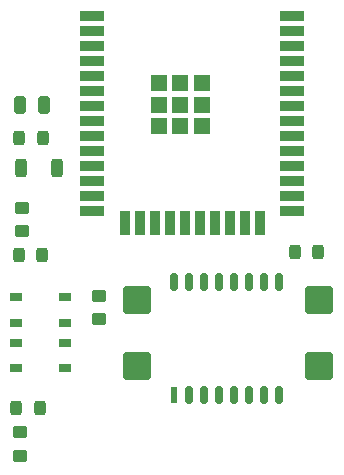
<source format=gtp>
G04 Layer_Color=8421504*
%FSLAX44Y44*%
%MOMM*%
G71*
G01*
G75*
G04:AMPARAMS|DCode=10|XSize=1.016mm|YSize=1.524mm|CornerRadius=0.254mm|HoleSize=0mm|Usage=FLASHONLY|Rotation=0.000|XOffset=0mm|YOffset=0mm|HoleType=Round|Shape=RoundedRectangle|*
%AMROUNDEDRECTD10*
21,1,1.0160,1.0160,0,0,0.0*
21,1,0.5080,1.5240,0,0,0.0*
1,1,0.5080,0.2540,-0.5080*
1,1,0.5080,-0.2540,-0.5080*
1,1,0.5080,-0.2540,0.5080*
1,1,0.5080,0.2540,0.5080*
%
%ADD10ROUNDEDRECTD10*%
G04:AMPARAMS|DCode=11|XSize=1mm|YSize=1.25mm|CornerRadius=0.25mm|HoleSize=0mm|Usage=FLASHONLY|Rotation=0.000|XOffset=0mm|YOffset=0mm|HoleType=Round|Shape=RoundedRectangle|*
%AMROUNDEDRECTD11*
21,1,1.0000,0.7500,0,0,0.0*
21,1,0.5000,1.2500,0,0,0.0*
1,1,0.5000,0.2500,-0.3750*
1,1,0.5000,-0.2500,-0.3750*
1,1,0.5000,-0.2500,0.3750*
1,1,0.5000,0.2500,0.3750*
%
%ADD11ROUNDEDRECTD11*%
G04:AMPARAMS|DCode=12|XSize=2.4mm|YSize=2.4mm|CornerRadius=0.3mm|HoleSize=0mm|Usage=FLASHONLY|Rotation=90.000|XOffset=0mm|YOffset=0mm|HoleType=Round|Shape=RoundedRectangle|*
%AMROUNDEDRECTD12*
21,1,2.4000,1.8000,0,0,90.0*
21,1,1.8000,2.4000,0,0,90.0*
1,1,0.6000,0.9000,0.9000*
1,1,0.6000,0.9000,-0.9000*
1,1,0.6000,-0.9000,-0.9000*
1,1,0.6000,-0.9000,0.9000*
%
%ADD12ROUNDEDRECTD12*%
G04:AMPARAMS|DCode=13|XSize=1mm|YSize=1.25mm|CornerRadius=0.25mm|HoleSize=0mm|Usage=FLASHONLY|Rotation=270.000|XOffset=0mm|YOffset=0mm|HoleType=Round|Shape=RoundedRectangle|*
%AMROUNDEDRECTD13*
21,1,1.0000,0.7500,0,0,270.0*
21,1,0.5000,1.2500,0,0,270.0*
1,1,0.5000,-0.3750,-0.2500*
1,1,0.5000,-0.3750,0.2500*
1,1,0.5000,0.3750,0.2500*
1,1,0.5000,0.3750,-0.2500*
%
%ADD13ROUNDEDRECTD13*%
G04:AMPARAMS|DCode=14|XSize=1mm|YSize=1.6mm|CornerRadius=0.25mm|HoleSize=0mm|Usage=FLASHONLY|Rotation=0.000|XOffset=0mm|YOffset=0mm|HoleType=Round|Shape=RoundedRectangle|*
%AMROUNDEDRECTD14*
21,1,1.0000,1.1000,0,0,0.0*
21,1,0.5000,1.6000,0,0,0.0*
1,1,0.5000,0.2500,-0.5500*
1,1,0.5000,-0.2500,-0.5500*
1,1,0.5000,-0.2500,0.5500*
1,1,0.5000,0.2500,0.5500*
%
%ADD14ROUNDEDRECTD14*%
G04:AMPARAMS|DCode=15|XSize=1.524mm|YSize=0.6096mm|CornerRadius=0.1524mm|HoleSize=0mm|Usage=FLASHONLY|Rotation=270.000|XOffset=0mm|YOffset=0mm|HoleType=Round|Shape=RoundedRectangle|*
%AMROUNDEDRECTD15*
21,1,1.5240,0.3048,0,0,270.0*
21,1,1.2192,0.6096,0,0,270.0*
1,1,0.3048,-0.1524,-0.6096*
1,1,0.3048,-0.1524,0.6096*
1,1,0.3048,0.1524,0.6096*
1,1,0.3048,0.1524,-0.6096*
%
%ADD15ROUNDEDRECTD15*%
%ADD16R,0.6096X1.4732*%
%ADD17R,1.3300X1.3300*%
%ADD18R,1.3300X1.3300*%
%ADD19R,2.0000X0.9000*%
%ADD20R,0.9000X2.0000*%
%ADD21R,1.0500X0.6500*%
D10*
X18378Y312000D02*
D03*
X38698D02*
D03*
D11*
X37556Y284258D02*
D03*
X17556D02*
D03*
X17250Y185000D02*
D03*
X37250D02*
D03*
X15000Y55000D02*
D03*
X35000D02*
D03*
X270750Y187500D02*
D03*
X250750D02*
D03*
D12*
X117000Y147000D02*
D03*
Y91000D02*
D03*
X271000D02*
D03*
Y147000D02*
D03*
D13*
X85500Y150500D02*
D03*
Y130500D02*
D03*
X20000Y205000D02*
D03*
Y225000D02*
D03*
X18000Y35000D02*
D03*
Y15000D02*
D03*
D14*
X19500Y258250D02*
D03*
X49500D02*
D03*
D15*
X237450Y66752D02*
D03*
X212050D02*
D03*
X199350D02*
D03*
X224750D02*
D03*
X186650D02*
D03*
X161250D02*
D03*
X173950D02*
D03*
X224750Y161748D02*
D03*
X212050D02*
D03*
X199350D02*
D03*
X237450D02*
D03*
X186650D02*
D03*
X148550D02*
D03*
X161250D02*
D03*
X173950D02*
D03*
D16*
X148550Y66752D02*
D03*
D17*
X135550Y330500D02*
D03*
X172250Y293800D02*
D03*
X135550Y312150D02*
D03*
X172250D02*
D03*
X153900D02*
D03*
D18*
X172250Y330500D02*
D03*
X153900Y293800D02*
D03*
X135550D02*
D03*
X153900Y330500D02*
D03*
D19*
X248900Y222050D02*
D03*
X78900D02*
D03*
Y247450D02*
D03*
Y234750D02*
D03*
Y310950D02*
D03*
Y298250D02*
D03*
Y285550D02*
D03*
Y260150D02*
D03*
Y272850D02*
D03*
Y336350D02*
D03*
Y323650D02*
D03*
Y349050D02*
D03*
Y361750D02*
D03*
Y387150D02*
D03*
Y374450D02*
D03*
X248900D02*
D03*
Y349050D02*
D03*
Y361750D02*
D03*
Y336350D02*
D03*
Y310950D02*
D03*
Y323650D02*
D03*
Y260150D02*
D03*
Y247450D02*
D03*
Y272850D02*
D03*
Y285550D02*
D03*
Y298250D02*
D03*
Y234750D02*
D03*
Y387150D02*
D03*
D20*
X106750Y212050D02*
D03*
X221050D02*
D03*
X132150D02*
D03*
X119450D02*
D03*
X195650D02*
D03*
X182950D02*
D03*
X170250D02*
D03*
X144850D02*
D03*
X157550D02*
D03*
X208350D02*
D03*
D21*
X56250Y127750D02*
D03*
Y149250D02*
D03*
X14750Y127750D02*
D03*
Y149250D02*
D03*
Y110750D02*
D03*
Y89250D02*
D03*
X56250Y110750D02*
D03*
Y89250D02*
D03*
M02*

</source>
